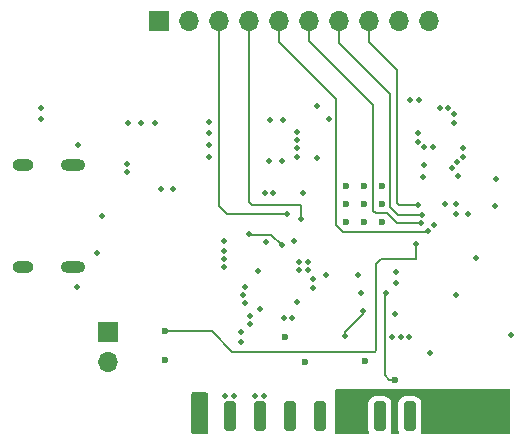
<source format=gbr>
%TF.GenerationSoftware,KiCad,Pcbnew,8.0.0*%
%TF.CreationDate,2024-07-22T23:16:51+01:00*%
%TF.ProjectId,Blue_Pedal,426c7565-5f50-4656-9461-6c2e6b696361,rev?*%
%TF.SameCoordinates,Original*%
%TF.FileFunction,Copper,L4,Bot*%
%TF.FilePolarity,Positive*%
%FSLAX46Y46*%
G04 Gerber Fmt 4.6, Leading zero omitted, Abs format (unit mm)*
G04 Created by KiCad (PCBNEW 8.0.0) date 2024-07-22 23:16:51*
%MOMM*%
%LPD*%
G01*
G04 APERTURE LIST*
G04 Aperture macros list*
%AMRoundRect*
0 Rectangle with rounded corners*
0 $1 Rounding radius*
0 $2 $3 $4 $5 $6 $7 $8 $9 X,Y pos of 4 corners*
0 Add a 4 corners polygon primitive as box body*
4,1,4,$2,$3,$4,$5,$6,$7,$8,$9,$2,$3,0*
0 Add four circle primitives for the rounded corners*
1,1,$1+$1,$2,$3*
1,1,$1+$1,$4,$5*
1,1,$1+$1,$6,$7*
1,1,$1+$1,$8,$9*
0 Add four rect primitives between the rounded corners*
20,1,$1+$1,$2,$3,$4,$5,0*
20,1,$1+$1,$4,$5,$6,$7,0*
20,1,$1+$1,$6,$7,$8,$9,0*
20,1,$1+$1,$8,$9,$2,$3,0*%
G04 Aperture macros list end*
%TA.AperFunction,SMDPad,CuDef*%
%ADD10RoundRect,0.250000X0.250000X1.000000X-0.250000X1.000000X-0.250000X-1.000000X0.250000X-1.000000X0*%
%TD*%
%TA.AperFunction,ComponentPad*%
%ADD11O,2.100000X1.000000*%
%TD*%
%TA.AperFunction,ComponentPad*%
%ADD12O,1.800000X1.000000*%
%TD*%
%TA.AperFunction,ComponentPad*%
%ADD13R,1.700000X1.700000*%
%TD*%
%TA.AperFunction,ComponentPad*%
%ADD14O,1.700000X1.700000*%
%TD*%
%TA.AperFunction,ViaPad*%
%ADD15C,0.600000*%
%TD*%
%TA.AperFunction,ViaPad*%
%ADD16C,0.500000*%
%TD*%
%TA.AperFunction,Conductor*%
%ADD17C,0.200000*%
%TD*%
G04 APERTURE END LIST*
D10*
%TO.P,J2,2,Pin_2*%
%TO.N,+3V3*%
X113570000Y-132000000D03*
%TO.P,J2,4,Pin_4*%
%TO.N,unconnected-(J2-Pin_4-Pad4)*%
X116110000Y-132000000D03*
%TO.P,J2,6,Pin_6*%
%TO.N,unconnected-(J2-Pin_6-Pad6)*%
X118650000Y-132000000D03*
%TO.P,J2,8,Pin_8*%
%TO.N,unconnected-(J2-Pin_8-Pad8)*%
X121190000Y-132000000D03*
%TO.P,J2,10,Pin_10*%
%TO.N,unconnected-(J2-Pin_10-Pad10)*%
X123730000Y-132000000D03*
%TO.P,J2,12,Pin_12*%
%TO.N,GND*%
X126270000Y-132000000D03*
%TO.P,J2,14,Pin_14*%
%TO.N,unconnected-(J2-Pin_14-Pad14)*%
X128810000Y-132000000D03*
%TO.P,J2,16,Pin_16*%
%TO.N,unconnected-(J2-Pin_16-Pad16)*%
X131350000Y-132000000D03*
%TO.P,J2,18,Pin_18*%
%TO.N,GND*%
X133890000Y-132000000D03*
%TO.P,J2,20,Pin_20*%
X136430000Y-132000000D03*
%TD*%
D11*
%TO.P,J1,S1,SHIELD*%
%TO.N,GND*%
X102805000Y-110680000D03*
D12*
X98625000Y-110680000D03*
D11*
X102805000Y-119320000D03*
D12*
X98625000Y-119320000D03*
%TD*%
D13*
%TO.P,J6,1,Pin_1*%
%TO.N,GND*%
X105800000Y-124825000D03*
D14*
%TO.P,J6,2,Pin_2*%
%TO.N,Net-(J6-Pin_2)*%
X105800000Y-127365000D03*
%TD*%
D13*
%TO.P,J5,1,Pin_1*%
%TO.N,+5V*%
X110130000Y-98500000D03*
D14*
%TO.P,J5,2,Pin_2*%
%TO.N,GND*%
X112670000Y-98500000D03*
%TO.P,J5,3,Pin_3*%
%TO.N,/PB4*%
X115210000Y-98500000D03*
%TO.P,J5,4,Pin_4*%
%TO.N,/PB5*%
X117750000Y-98500000D03*
%TO.P,J5,5,Pin_5*%
%TO.N,/PA6*%
X120290000Y-98500000D03*
%TO.P,J5,6,Pin_6*%
%TO.N,/PA7*%
X122830000Y-98500000D03*
%TO.P,J5,7,Pin_7*%
%TO.N,/PA8*%
X125370000Y-98500000D03*
%TO.P,J5,8,Pin_8*%
%TO.N,/PA9*%
X127910000Y-98500000D03*
%TO.P,J5,9,Pin_9*%
%TO.N,+3V3*%
X130450000Y-98500000D03*
%TO.P,J5,10,Pin_10*%
%TO.N,GND*%
X132990000Y-98500000D03*
%TD*%
D15*
%TO.N,+3V3*%
X127590000Y-127310000D03*
D16*
X122280000Y-113080000D03*
D15*
X110600000Y-127200000D03*
D16*
X115600000Y-118680000D03*
X119520000Y-106910000D03*
X120600000Y-106900000D03*
X124550000Y-106800000D03*
D15*
X122500000Y-127410000D03*
D16*
X114400000Y-108000000D03*
X123470000Y-110110000D03*
X121520000Y-117120000D03*
X115600000Y-117980000D03*
X119200000Y-117200000D03*
X133400000Y-115800000D03*
X114400000Y-110000000D03*
X123480000Y-105700000D03*
X135260000Y-121740000D03*
X113925000Y-130302000D03*
X124300000Y-120000000D03*
X114400000Y-107100000D03*
D15*
X120800000Y-125300000D03*
D16*
X121800000Y-122300000D03*
X113163000Y-130302000D03*
X115600000Y-117180000D03*
X114400000Y-109000000D03*
X115600000Y-119380000D03*
X132500000Y-111700000D03*
X130210000Y-119760000D03*
X132600000Y-110700000D03*
%TO.N,GND*%
X135100000Y-107150000D03*
X122700000Y-118880000D03*
X117800000Y-123500000D03*
X104900000Y-118200000D03*
X129890000Y-125310000D03*
X131290000Y-125310000D03*
X136017000Y-130175000D03*
X134600000Y-105900000D03*
X138580000Y-114160000D03*
X130140000Y-123330000D03*
X137000000Y-118600000D03*
D15*
X127500000Y-112500000D03*
D16*
X117094000Y-124815600D03*
X127230000Y-121570000D03*
X103300000Y-109000000D03*
X139890000Y-125110000D03*
X107420000Y-110590000D03*
X119460000Y-110400000D03*
D15*
X129000000Y-112500000D03*
D16*
X117400000Y-122400000D03*
X132050000Y-108000000D03*
X121790000Y-107910000D03*
X121400000Y-123700000D03*
X118490000Y-119700000D03*
D15*
X129000000Y-115500000D03*
D16*
X109829600Y-107188000D03*
D15*
X129000000Y-114000000D03*
D16*
X130210000Y-120730000D03*
X107492800Y-107188000D03*
X132600000Y-109200000D03*
X136779000Y-130175000D03*
D15*
X126000000Y-112500000D03*
D16*
X125863000Y-130302000D03*
X133900000Y-105900000D03*
D15*
X127500000Y-114000000D03*
D16*
X126990000Y-120010000D03*
X133483000Y-130175000D03*
X134245000Y-130175000D03*
X135900000Y-110000000D03*
X133090000Y-126610000D03*
X134350000Y-114000000D03*
D15*
X126000000Y-115500000D03*
D16*
X117400000Y-121012500D03*
X135350000Y-110450000D03*
X121790000Y-110010000D03*
X131350000Y-105200000D03*
X121790000Y-109310000D03*
X121790000Y-108610000D03*
X123200000Y-121080000D03*
X122000000Y-119580000D03*
X135250000Y-114000000D03*
X103225600Y-121005600D03*
X136250000Y-114850000D03*
X118700000Y-122900000D03*
X100126800Y-105867200D03*
X122700000Y-119580000D03*
X115707000Y-130302000D03*
D15*
X127500000Y-115500000D03*
D16*
X122000000Y-118880000D03*
X110337600Y-112725200D03*
X119009000Y-130302000D03*
X107440000Y-111290000D03*
X117800000Y-124200000D03*
X138670000Y-111890000D03*
X130590000Y-125310000D03*
X111353600Y-112725200D03*
X119810000Y-113120000D03*
X117094000Y-125730000D03*
X100126800Y-106832400D03*
X116469000Y-130302000D03*
X132100000Y-105200000D03*
X108610000Y-107180000D03*
D15*
X126000000Y-114000000D03*
D16*
X120700000Y-123700000D03*
X135400000Y-111600000D03*
X123200000Y-120380000D03*
X126625000Y-130302000D03*
X135100000Y-106400000D03*
X105300000Y-115000000D03*
X134900000Y-111000000D03*
X120580000Y-110400000D03*
X118247000Y-130302000D03*
X117200000Y-121700000D03*
X135250000Y-114850000D03*
X135900000Y-109250000D03*
X132050000Y-108750000D03*
X133300000Y-109200000D03*
X119110000Y-113120000D03*
%TO.N,/MCU_nRST*%
X129337500Y-121562500D03*
D15*
X130080000Y-128900000D03*
D16*
%TO.N,Net-(C25-Pad1)*%
X127390000Y-123110000D03*
X125890000Y-125150000D03*
%TO.N,/PA9*%
X132090000Y-114110000D03*
%TO.N,/PB4*%
X120990000Y-114887500D03*
%TO.N,/PB5*%
X122190000Y-115310000D03*
%TO.N,/PA8*%
X132426986Y-114918738D03*
%TO.N,/PA6*%
X132873005Y-116260738D03*
%TO.N,/PA7*%
X132290000Y-115610000D03*
%TO.N,/IMU_SCL*%
X120500000Y-117500000D03*
X117735735Y-116515735D03*
%TO.N,/EXT_SWITCH*%
X131920000Y-117410000D03*
D15*
X110620000Y-124800000D03*
%TD*%
D17*
%TO.N,Net-(C25-Pad1)*%
X127390000Y-123310000D02*
X127390000Y-123110000D01*
X125890000Y-124810000D02*
X127390000Y-123310000D01*
X125890000Y-125150000D02*
X125890000Y-124810000D01*
%TO.N,/MCU_nRST*%
X129337500Y-121562500D02*
X129225000Y-121675000D01*
X129225000Y-121675000D02*
X129225000Y-128485000D01*
X129640000Y-128900000D02*
X130080000Y-128900000D01*
X129225000Y-128485000D02*
X129640000Y-128900000D01*
%TO.N,/PA9*%
X127910000Y-100320000D02*
X127910000Y-98500000D01*
X130480000Y-114110000D02*
X130260000Y-113890000D01*
X132090000Y-114110000D02*
X130480000Y-114110000D01*
X130260000Y-102670000D02*
X127910000Y-100320000D01*
X130260000Y-113890000D02*
X130260000Y-102670000D01*
%TO.N,/PB4*%
X120990000Y-114887500D02*
X115887500Y-114887500D01*
X115887500Y-114887500D02*
X115210000Y-114210000D01*
X115210000Y-114210000D02*
X115210000Y-98500000D01*
%TO.N,/PB5*%
X122190000Y-114210000D02*
X122090000Y-114110000D01*
X122190000Y-115310000D02*
X122190000Y-114210000D01*
X117750000Y-113850000D02*
X117750000Y-98500000D01*
X118010000Y-114110000D02*
X117750000Y-113850000D01*
X122090000Y-114110000D02*
X118010000Y-114110000D01*
%TO.N,/PA8*%
X132408248Y-114900000D02*
X130364314Y-114900000D01*
X130364314Y-114900000D02*
X129720000Y-114255685D01*
X125370000Y-100370000D02*
X125370000Y-98500000D01*
X129720000Y-104720000D02*
X125370000Y-100370000D01*
X132426986Y-114918738D02*
X132408248Y-114900000D01*
X129720000Y-114255685D02*
X129720000Y-104720000D01*
%TO.N,/PA6*%
X120290000Y-100290000D02*
X120290000Y-98500000D01*
X125150000Y-105150000D02*
X120290000Y-100290000D01*
X132873005Y-116260738D02*
X132783743Y-116350000D01*
X132783743Y-116350000D02*
X125730000Y-116350000D01*
X125150000Y-115770000D02*
X125150000Y-105150000D01*
X125730000Y-116350000D02*
X125150000Y-115770000D01*
%TO.N,/PA7*%
X130250000Y-115610000D02*
X129450000Y-114810000D01*
X122830000Y-100210000D02*
X122830000Y-98500000D01*
X128270000Y-114570000D02*
X128270000Y-105650000D01*
X132290000Y-115610000D02*
X130250000Y-115610000D01*
X129450000Y-114810000D02*
X128510000Y-114810000D01*
X128510000Y-114810000D02*
X128270000Y-114570000D01*
X128270000Y-105650000D02*
X122830000Y-100210000D01*
%TO.N,/IMU_SCL*%
X117800000Y-116600000D02*
X117800000Y-116580000D01*
X120500000Y-117500000D02*
X119600000Y-116600000D01*
X119600000Y-116600000D02*
X117800000Y-116600000D01*
X117800000Y-116580000D02*
X117735735Y-116515735D01*
%TO.N,/EXT_SWITCH*%
X128490000Y-126390000D02*
X128380000Y-126500000D01*
X131920000Y-118630000D02*
X131850000Y-118700000D01*
X131850000Y-118700000D02*
X128900000Y-118700000D01*
X116300000Y-126500000D02*
X114600000Y-124800000D01*
X131920000Y-117410000D02*
X131920000Y-118630000D01*
X128900000Y-118700000D02*
X128490000Y-119110000D01*
X114600000Y-124800000D02*
X110620000Y-124800000D01*
X128380000Y-126500000D02*
X116300000Y-126500000D01*
X128490000Y-119110000D02*
X128490000Y-126390000D01*
%TD*%
%TA.AperFunction,Conductor*%
%TO.N,GND*%
G36*
X139802856Y-129699689D02*
G01*
X139848616Y-129752489D01*
X139859826Y-129804184D01*
X139854830Y-133375673D01*
X139835052Y-133442685D01*
X139782184Y-133488366D01*
X139730830Y-133499500D01*
X132395442Y-133499500D01*
X132328403Y-133479815D01*
X132282648Y-133427011D01*
X132272704Y-133357853D01*
X132283059Y-133323097D01*
X132284809Y-133319340D01*
X132284814Y-133319334D01*
X132339999Y-133152797D01*
X132350500Y-133050009D01*
X132350499Y-130949992D01*
X132339999Y-130847203D01*
X132284814Y-130680666D01*
X132192712Y-130531344D01*
X132068656Y-130407288D01*
X131919334Y-130315186D01*
X131752797Y-130260001D01*
X131752795Y-130260000D01*
X131650010Y-130249500D01*
X131049998Y-130249500D01*
X131049980Y-130249501D01*
X130947203Y-130260000D01*
X130947200Y-130260001D01*
X130780668Y-130315185D01*
X130780663Y-130315187D01*
X130631342Y-130407289D01*
X130507289Y-130531342D01*
X130415187Y-130680663D01*
X130415186Y-130680666D01*
X130360001Y-130847203D01*
X130360001Y-130847204D01*
X130360000Y-130847204D01*
X130349500Y-130949983D01*
X130349500Y-133050001D01*
X130349501Y-133050018D01*
X130360000Y-133152796D01*
X130360001Y-133152799D01*
X130415186Y-133319334D01*
X130416941Y-133323097D01*
X130417370Y-133325924D01*
X130417458Y-133326189D01*
X130417412Y-133326203D01*
X130427432Y-133392175D01*
X130398911Y-133455958D01*
X130340433Y-133494197D01*
X130304558Y-133499500D01*
X129855442Y-133499500D01*
X129788403Y-133479815D01*
X129742648Y-133427011D01*
X129732704Y-133357853D01*
X129743059Y-133323097D01*
X129744809Y-133319340D01*
X129744814Y-133319334D01*
X129799999Y-133152797D01*
X129810500Y-133050009D01*
X129810499Y-130949992D01*
X129799999Y-130847203D01*
X129744814Y-130680666D01*
X129652712Y-130531344D01*
X129528656Y-130407288D01*
X129379334Y-130315186D01*
X129212797Y-130260001D01*
X129212795Y-130260000D01*
X129110010Y-130249500D01*
X128509998Y-130249500D01*
X128509980Y-130249501D01*
X128407203Y-130260000D01*
X128407200Y-130260001D01*
X128240668Y-130315185D01*
X128240663Y-130315187D01*
X128091342Y-130407289D01*
X127967289Y-130531342D01*
X127875187Y-130680663D01*
X127875186Y-130680666D01*
X127820001Y-130847203D01*
X127820001Y-130847204D01*
X127820000Y-130847204D01*
X127809500Y-130949983D01*
X127809500Y-133050001D01*
X127809501Y-133050018D01*
X127820000Y-133152796D01*
X127820001Y-133152799D01*
X127875186Y-133319334D01*
X127876941Y-133323097D01*
X127877370Y-133325924D01*
X127877458Y-133326189D01*
X127877412Y-133326203D01*
X127887432Y-133392175D01*
X127858911Y-133455958D01*
X127800433Y-133494197D01*
X127764558Y-133499500D01*
X125113918Y-133499500D01*
X125046879Y-133479815D01*
X125001124Y-133427011D01*
X124989925Y-133374215D01*
X125026928Y-129804103D01*
X125047306Y-129737271D01*
X125100581Y-129692066D01*
X125150907Y-129681388D01*
X129867384Y-129680943D01*
X129894991Y-129684054D01*
X129900740Y-129685366D01*
X129900745Y-129685368D01*
X129900750Y-129685368D01*
X129900752Y-129685369D01*
X130079996Y-129705565D01*
X130080000Y-129705565D01*
X130080004Y-129705565D01*
X130219908Y-129689801D01*
X130259255Y-129685368D01*
X130259265Y-129685364D01*
X130265189Y-129684013D01*
X130292775Y-129680903D01*
X139735816Y-129680011D01*
X139802856Y-129699689D01*
G37*
%TD.AperFunction*%
%TD*%
%TA.AperFunction,Conductor*%
%TO.N,+3V3*%
G36*
X114205934Y-129969685D02*
G01*
X114251689Y-130022489D01*
X114262895Y-130074105D01*
X114260105Y-133375605D01*
X114240364Y-133442628D01*
X114187521Y-133488338D01*
X114136105Y-133499500D01*
X112993965Y-133499500D01*
X112926926Y-133479815D01*
X112881171Y-133427011D01*
X112869965Y-133375535D01*
X112869035Y-130074035D01*
X112888701Y-130006990D01*
X112941492Y-129961220D01*
X112993035Y-129950000D01*
X114138895Y-129950000D01*
X114205934Y-129969685D01*
G37*
%TD.AperFunction*%
%TD*%
M02*

</source>
